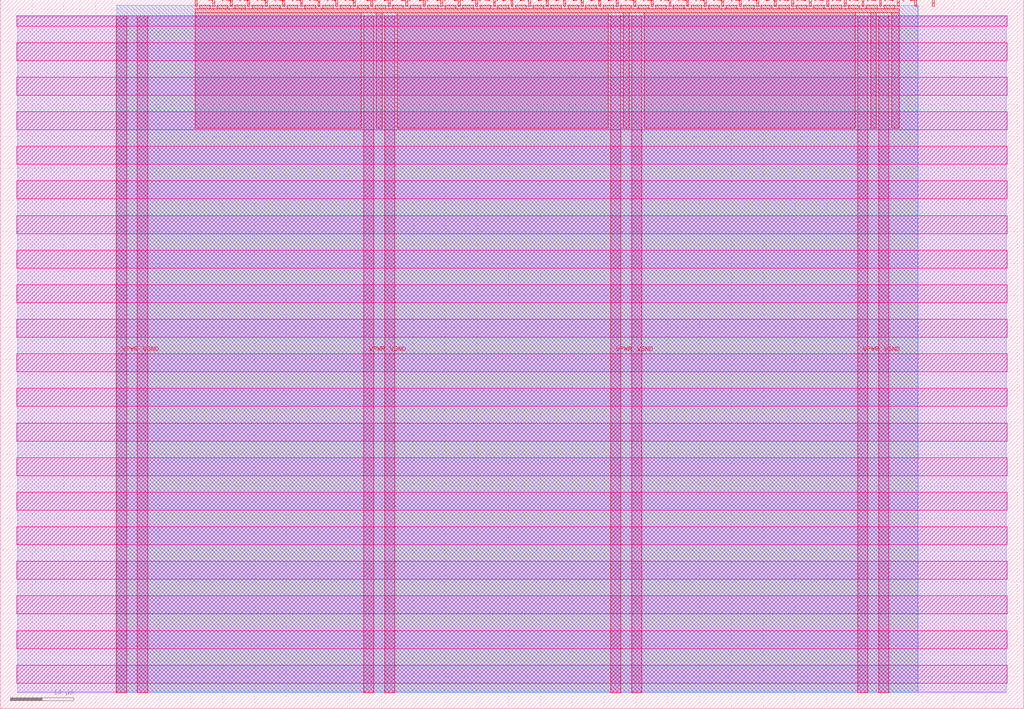
<source format=lef>
VERSION 5.7 ;
  NOWIREEXTENSIONATPIN ON ;
  DIVIDERCHAR "/" ;
  BUSBITCHARS "[]" ;
MACRO tt_um_i2c_peripheral_stevej
  CLASS BLOCK ;
  FOREIGN tt_um_i2c_peripheral_stevej ;
  ORIGIN 0.000 0.000 ;
  SIZE 161.000 BY 111.520 ;
  PIN VGND
    DIRECTION INOUT ;
    USE GROUND ;
    PORT
      LAYER met4 ;
        RECT 21.580 2.480 23.180 109.040 ;
    END
    PORT
      LAYER met4 ;
        RECT 60.450 2.480 62.050 109.040 ;
    END
    PORT
      LAYER met4 ;
        RECT 99.320 2.480 100.920 109.040 ;
    END
    PORT
      LAYER met4 ;
        RECT 138.190 2.480 139.790 109.040 ;
    END
  END VGND
  PIN VPWR
    DIRECTION INOUT ;
    USE POWER ;
    PORT
      LAYER met4 ;
        RECT 18.280 2.480 19.880 109.040 ;
    END
    PORT
      LAYER met4 ;
        RECT 57.150 2.480 58.750 109.040 ;
    END
    PORT
      LAYER met4 ;
        RECT 96.020 2.480 97.620 109.040 ;
    END
    PORT
      LAYER met4 ;
        RECT 134.890 2.480 136.490 109.040 ;
    END
  END VPWR
  PIN clk
    DIRECTION INPUT ;
    USE SIGNAL ;
    PORT
      LAYER met4 ;
        RECT 143.830 110.520 144.130 111.520 ;
    END
  END clk
  PIN ena
    DIRECTION INPUT ;
    USE SIGNAL ;
    PORT
      LAYER met4 ;
        RECT 146.590 110.520 146.890 111.520 ;
    END
  END ena
  PIN rst_n
    DIRECTION INPUT ;
    USE SIGNAL ;
    ANTENNAGATEAREA 0.196500 ;
    PORT
      LAYER met4 ;
        RECT 141.070 110.520 141.370 111.520 ;
    END
  END rst_n
  PIN ui_in[0]
    DIRECTION INPUT ;
    USE SIGNAL ;
    ANTENNAGATEAREA 0.126000 ;
    PORT
      LAYER met4 ;
        RECT 138.310 110.520 138.610 111.520 ;
    END
  END ui_in[0]
  PIN ui_in[1]
    DIRECTION INPUT ;
    USE SIGNAL ;
    ANTENNAGATEAREA 0.213000 ;
    PORT
      LAYER met4 ;
        RECT 135.550 110.520 135.850 111.520 ;
    END
  END ui_in[1]
  PIN ui_in[2]
    DIRECTION INPUT ;
    USE SIGNAL ;
    ANTENNAGATEAREA 0.196500 ;
    PORT
      LAYER met4 ;
        RECT 132.790 110.520 133.090 111.520 ;
    END
  END ui_in[2]
  PIN ui_in[3]
    DIRECTION INPUT ;
    USE SIGNAL ;
    ANTENNAGATEAREA 0.196500 ;
    PORT
      LAYER met4 ;
        RECT 130.030 110.520 130.330 111.520 ;
    END
  END ui_in[3]
  PIN ui_in[4]
    DIRECTION INPUT ;
    USE SIGNAL ;
    ANTENNAGATEAREA 0.196500 ;
    PORT
      LAYER met4 ;
        RECT 127.270 110.520 127.570 111.520 ;
    END
  END ui_in[4]
  PIN ui_in[5]
    DIRECTION INPUT ;
    USE SIGNAL ;
    ANTENNAGATEAREA 0.196500 ;
    PORT
      LAYER met4 ;
        RECT 124.510 110.520 124.810 111.520 ;
    END
  END ui_in[5]
  PIN ui_in[6]
    DIRECTION INPUT ;
    USE SIGNAL ;
    ANTENNAGATEAREA 0.213000 ;
    PORT
      LAYER met4 ;
        RECT 121.750 110.520 122.050 111.520 ;
    END
  END ui_in[6]
  PIN ui_in[7]
    DIRECTION INPUT ;
    USE SIGNAL ;
    ANTENNAGATEAREA 0.196500 ;
    PORT
      LAYER met4 ;
        RECT 118.990 110.520 119.290 111.520 ;
    END
  END ui_in[7]
  PIN uio_in[0]
    DIRECTION INPUT ;
    USE SIGNAL ;
    ANTENNAGATEAREA 0.126000 ;
    PORT
      LAYER met4 ;
        RECT 116.230 110.520 116.530 111.520 ;
    END
  END uio_in[0]
  PIN uio_in[1]
    DIRECTION INPUT ;
    USE SIGNAL ;
    ANTENNAGATEAREA 0.159000 ;
    PORT
      LAYER met4 ;
        RECT 113.470 110.520 113.770 111.520 ;
    END
  END uio_in[1]
  PIN uio_in[2]
    DIRECTION INPUT ;
    USE SIGNAL ;
    ANTENNAGATEAREA 0.196500 ;
    PORT
      LAYER met4 ;
        RECT 110.710 110.520 111.010 111.520 ;
    END
  END uio_in[2]
  PIN uio_in[3]
    DIRECTION INPUT ;
    USE SIGNAL ;
    ANTENNAGATEAREA 0.196500 ;
    PORT
      LAYER met4 ;
        RECT 107.950 110.520 108.250 111.520 ;
    END
  END uio_in[3]
  PIN uio_in[4]
    DIRECTION INPUT ;
    USE SIGNAL ;
    ANTENNAGATEAREA 0.196500 ;
    PORT
      LAYER met4 ;
        RECT 105.190 110.520 105.490 111.520 ;
    END
  END uio_in[4]
  PIN uio_in[5]
    DIRECTION INPUT ;
    USE SIGNAL ;
    ANTENNAGATEAREA 0.196500 ;
    PORT
      LAYER met4 ;
        RECT 102.430 110.520 102.730 111.520 ;
    END
  END uio_in[5]
  PIN uio_in[6]
    DIRECTION INPUT ;
    USE SIGNAL ;
    ANTENNAGATEAREA 0.159000 ;
    PORT
      LAYER met4 ;
        RECT 99.670 110.520 99.970 111.520 ;
    END
  END uio_in[6]
  PIN uio_in[7]
    DIRECTION INPUT ;
    USE SIGNAL ;
    ANTENNAGATEAREA 0.196500 ;
    PORT
      LAYER met4 ;
        RECT 96.910 110.520 97.210 111.520 ;
    END
  END uio_in[7]
  PIN uio_oe[0]
    DIRECTION OUTPUT ;
    USE SIGNAL ;
    ANTENNADIFFAREA 0.445500 ;
    PORT
      LAYER met4 ;
        RECT 49.990 110.520 50.290 111.520 ;
    END
  END uio_oe[0]
  PIN uio_oe[1]
    DIRECTION OUTPUT ;
    USE SIGNAL ;
    ANTENNADIFFAREA 0.445500 ;
    PORT
      LAYER met4 ;
        RECT 47.230 110.520 47.530 111.520 ;
    END
  END uio_oe[1]
  PIN uio_oe[2]
    DIRECTION OUTPUT ;
    USE SIGNAL ;
    ANTENNADIFFAREA 0.445500 ;
    PORT
      LAYER met4 ;
        RECT 44.470 110.520 44.770 111.520 ;
    END
  END uio_oe[2]
  PIN uio_oe[3]
    DIRECTION OUTPUT ;
    USE SIGNAL ;
    ANTENNADIFFAREA 0.445500 ;
    PORT
      LAYER met4 ;
        RECT 41.710 110.520 42.010 111.520 ;
    END
  END uio_oe[3]
  PIN uio_oe[4]
    DIRECTION OUTPUT ;
    USE SIGNAL ;
    ANTENNADIFFAREA 0.445500 ;
    PORT
      LAYER met4 ;
        RECT 38.950 110.520 39.250 111.520 ;
    END
  END uio_oe[4]
  PIN uio_oe[5]
    DIRECTION OUTPUT ;
    USE SIGNAL ;
    ANTENNAGATEAREA 0.247500 ;
    ANTENNADIFFAREA 0.445500 ;
    PORT
      LAYER met4 ;
        RECT 36.190 110.520 36.490 111.520 ;
    END
  END uio_oe[5]
  PIN uio_oe[6]
    DIRECTION OUTPUT ;
    USE SIGNAL ;
    ANTENNADIFFAREA 0.445500 ;
    PORT
      LAYER met4 ;
        RECT 33.430 110.520 33.730 111.520 ;
    END
  END uio_oe[6]
  PIN uio_oe[7]
    DIRECTION OUTPUT ;
    USE SIGNAL ;
    ANTENNADIFFAREA 0.445500 ;
    PORT
      LAYER met4 ;
        RECT 30.670 110.520 30.970 111.520 ;
    END
  END uio_oe[7]
  PIN uio_out[0]
    DIRECTION OUTPUT ;
    USE SIGNAL ;
    ANTENNADIFFAREA 0.445500 ;
    PORT
      LAYER met4 ;
        RECT 72.070 110.520 72.370 111.520 ;
    END
  END uio_out[0]
  PIN uio_out[1]
    DIRECTION OUTPUT ;
    USE SIGNAL ;
    ANTENNADIFFAREA 0.445500 ;
    PORT
      LAYER met4 ;
        RECT 69.310 110.520 69.610 111.520 ;
    END
  END uio_out[1]
  PIN uio_out[2]
    DIRECTION OUTPUT ;
    USE SIGNAL ;
    ANTENNADIFFAREA 0.445500 ;
    PORT
      LAYER met4 ;
        RECT 66.550 110.520 66.850 111.520 ;
    END
  END uio_out[2]
  PIN uio_out[3]
    DIRECTION OUTPUT ;
    USE SIGNAL ;
    ANTENNADIFFAREA 0.445500 ;
    PORT
      LAYER met4 ;
        RECT 63.790 110.520 64.090 111.520 ;
    END
  END uio_out[3]
  PIN uio_out[4]
    DIRECTION OUTPUT ;
    USE SIGNAL ;
    ANTENNADIFFAREA 0.445500 ;
    PORT
      LAYER met4 ;
        RECT 61.030 110.520 61.330 111.520 ;
    END
  END uio_out[4]
  PIN uio_out[5]
    DIRECTION OUTPUT ;
    USE SIGNAL ;
    ANTENNADIFFAREA 0.445500 ;
    PORT
      LAYER met4 ;
        RECT 58.270 110.520 58.570 111.520 ;
    END
  END uio_out[5]
  PIN uio_out[6]
    DIRECTION OUTPUT ;
    USE SIGNAL ;
    ANTENNADIFFAREA 0.445500 ;
    PORT
      LAYER met4 ;
        RECT 55.510 110.520 55.810 111.520 ;
    END
  END uio_out[6]
  PIN uio_out[7]
    DIRECTION OUTPUT ;
    USE SIGNAL ;
    ANTENNADIFFAREA 0.445500 ;
    PORT
      LAYER met4 ;
        RECT 52.750 110.520 53.050 111.520 ;
    END
  END uio_out[7]
  PIN uo_out[0]
    DIRECTION OUTPUT ;
    USE SIGNAL ;
    ANTENNADIFFAREA 0.643500 ;
    PORT
      LAYER met4 ;
        RECT 94.150 110.520 94.450 111.520 ;
    END
  END uo_out[0]
  PIN uo_out[1]
    DIRECTION OUTPUT ;
    USE SIGNAL ;
    ANTENNADIFFAREA 1.721000 ;
    PORT
      LAYER met4 ;
        RECT 91.390 110.520 91.690 111.520 ;
    END
  END uo_out[1]
  PIN uo_out[2]
    DIRECTION OUTPUT ;
    USE SIGNAL ;
    ANTENNADIFFAREA 1.524450 ;
    PORT
      LAYER met4 ;
        RECT 88.630 110.520 88.930 111.520 ;
    END
  END uo_out[2]
  PIN uo_out[3]
    DIRECTION OUTPUT ;
    USE SIGNAL ;
    ANTENNADIFFAREA 1.721000 ;
    PORT
      LAYER met4 ;
        RECT 85.870 110.520 86.170 111.520 ;
    END
  END uo_out[3]
  PIN uo_out[4]
    DIRECTION OUTPUT ;
    USE SIGNAL ;
    ANTENNADIFFAREA 1.524450 ;
    PORT
      LAYER met4 ;
        RECT 83.110 110.520 83.410 111.520 ;
    END
  END uo_out[4]
  PIN uo_out[5]
    DIRECTION OUTPUT ;
    USE SIGNAL ;
    ANTENNADIFFAREA 1.721000 ;
    PORT
      LAYER met4 ;
        RECT 80.350 110.520 80.650 111.520 ;
    END
  END uo_out[5]
  PIN uo_out[6]
    DIRECTION OUTPUT ;
    USE SIGNAL ;
    ANTENNADIFFAREA 1.721000 ;
    PORT
      LAYER met4 ;
        RECT 77.590 110.520 77.890 111.520 ;
    END
  END uo_out[6]
  PIN uo_out[7]
    DIRECTION OUTPUT ;
    USE SIGNAL ;
    ANTENNADIFFAREA 1.721000 ;
    PORT
      LAYER met4 ;
        RECT 74.830 110.520 75.130 111.520 ;
    END
  END uo_out[7]
  OBS
      LAYER nwell ;
        RECT 2.570 107.385 158.430 108.990 ;
        RECT 2.570 101.945 158.430 104.775 ;
        RECT 2.570 96.505 158.430 99.335 ;
        RECT 2.570 91.065 158.430 93.895 ;
        RECT 2.570 85.625 158.430 88.455 ;
        RECT 2.570 80.185 158.430 83.015 ;
        RECT 2.570 74.745 158.430 77.575 ;
        RECT 2.570 69.305 158.430 72.135 ;
        RECT 2.570 63.865 158.430 66.695 ;
        RECT 2.570 58.425 158.430 61.255 ;
        RECT 2.570 52.985 158.430 55.815 ;
        RECT 2.570 47.545 158.430 50.375 ;
        RECT 2.570 42.105 158.430 44.935 ;
        RECT 2.570 36.665 158.430 39.495 ;
        RECT 2.570 31.225 158.430 34.055 ;
        RECT 2.570 25.785 158.430 28.615 ;
        RECT 2.570 20.345 158.430 23.175 ;
        RECT 2.570 14.905 158.430 17.735 ;
        RECT 2.570 9.465 158.430 12.295 ;
        RECT 2.570 4.025 158.430 6.855 ;
      LAYER li1 ;
        RECT 2.760 2.635 158.240 108.885 ;
      LAYER met1 ;
        RECT 2.760 2.480 158.240 109.040 ;
      LAYER met2 ;
        RECT 18.310 2.535 144.350 110.685 ;
      LAYER met3 ;
        RECT 18.290 2.555 144.375 110.665 ;
      LAYER met4 ;
        RECT 31.370 110.120 33.030 110.665 ;
        RECT 34.130 110.120 35.790 110.665 ;
        RECT 36.890 110.120 38.550 110.665 ;
        RECT 39.650 110.120 41.310 110.665 ;
        RECT 42.410 110.120 44.070 110.665 ;
        RECT 45.170 110.120 46.830 110.665 ;
        RECT 47.930 110.120 49.590 110.665 ;
        RECT 50.690 110.120 52.350 110.665 ;
        RECT 53.450 110.120 55.110 110.665 ;
        RECT 56.210 110.120 57.870 110.665 ;
        RECT 58.970 110.120 60.630 110.665 ;
        RECT 61.730 110.120 63.390 110.665 ;
        RECT 64.490 110.120 66.150 110.665 ;
        RECT 67.250 110.120 68.910 110.665 ;
        RECT 70.010 110.120 71.670 110.665 ;
        RECT 72.770 110.120 74.430 110.665 ;
        RECT 75.530 110.120 77.190 110.665 ;
        RECT 78.290 110.120 79.950 110.665 ;
        RECT 81.050 110.120 82.710 110.665 ;
        RECT 83.810 110.120 85.470 110.665 ;
        RECT 86.570 110.120 88.230 110.665 ;
        RECT 89.330 110.120 90.990 110.665 ;
        RECT 92.090 110.120 93.750 110.665 ;
        RECT 94.850 110.120 96.510 110.665 ;
        RECT 97.610 110.120 99.270 110.665 ;
        RECT 100.370 110.120 102.030 110.665 ;
        RECT 103.130 110.120 104.790 110.665 ;
        RECT 105.890 110.120 107.550 110.665 ;
        RECT 108.650 110.120 110.310 110.665 ;
        RECT 111.410 110.120 113.070 110.665 ;
        RECT 114.170 110.120 115.830 110.665 ;
        RECT 116.930 110.120 118.590 110.665 ;
        RECT 119.690 110.120 121.350 110.665 ;
        RECT 122.450 110.120 124.110 110.665 ;
        RECT 125.210 110.120 126.870 110.665 ;
        RECT 127.970 110.120 129.630 110.665 ;
        RECT 130.730 110.120 132.390 110.665 ;
        RECT 133.490 110.120 135.150 110.665 ;
        RECT 136.250 110.120 137.910 110.665 ;
        RECT 139.010 110.120 140.670 110.665 ;
        RECT 30.655 109.440 141.385 110.120 ;
        RECT 30.655 91.295 56.750 109.440 ;
        RECT 59.150 91.295 60.050 109.440 ;
        RECT 62.450 91.295 95.620 109.440 ;
        RECT 98.020 91.295 98.920 109.440 ;
        RECT 101.320 91.295 134.490 109.440 ;
        RECT 136.890 91.295 137.790 109.440 ;
        RECT 140.190 91.295 141.385 109.440 ;
  END
END tt_um_i2c_peripheral_stevej
END LIBRARY


</source>
